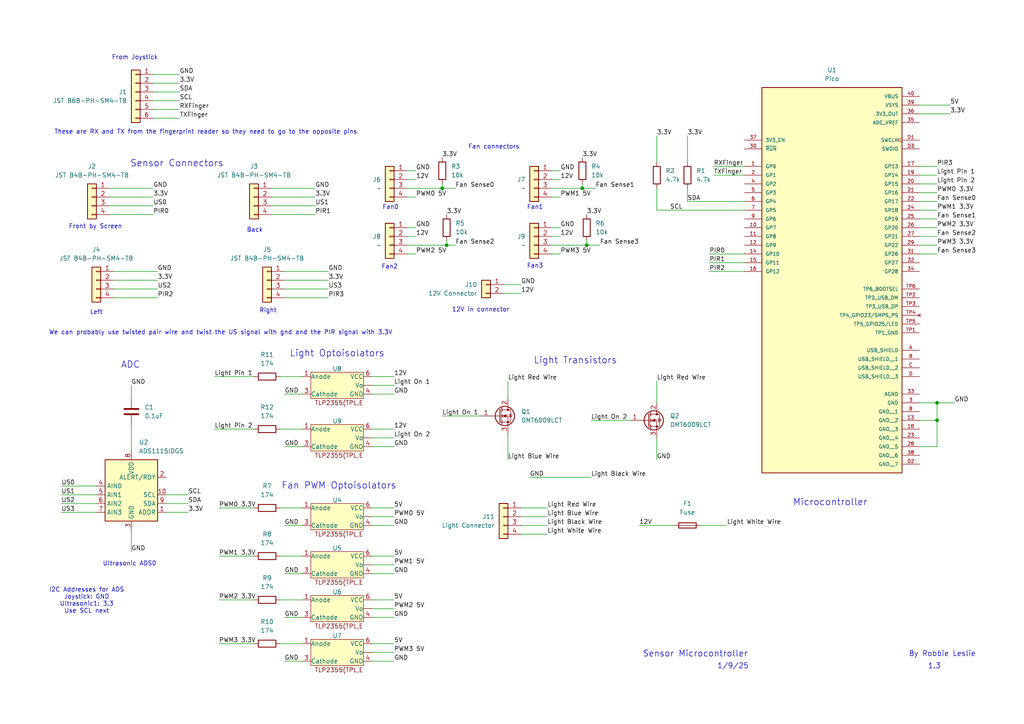
<source format=kicad_sch>
(kicad_sch (version 20231120) (generator "eeschema") (generator_version "8.0")
  (paper "A4")
  (lib_symbols
    (symbol "Analog_ADC:ADS1115IDGS"
      (property "Reference" "U" (at 2.54 13.97 0))
      (property "Value" "ADS1115IDGS" (at 7.62 11.43 0))
      (symbol "ADS1115IDGS_0_1"
        (rectangle (start -7.62 10.16) (end 7.62 -7.62) (stroke (width 0.254)) (fill (type background)))
      )
      (symbol "ADS1115IDGS_1_1"
        (pin input line (at 10.16 -5.08 180) (length 2.54) (name "ADDR") (number "1"))
        (pin input line (at 10.16 0 180) (length 2.54) (name "SCL") (number "10"))
        (pin output line (at 10.16 5.08 180) (length 2.54) (name "ALERT/RDY") (number "2"))
        (pin power_in line (at 0 -10.16 90) (length 2.54) (name "GND") (number "3"))
        (pin input line (at -10.16 2.54 0) (length 2.54) (name "AIN0") (number "4"))
        (pin input line (at -10.16 0 0) (length 2.54) (name "AIN1") (number "5"))
        (pin input line (at -10.16 -2.54 0) (length 2.54) (name "AIN2") (number "6"))
        (pin input line (at -10.16 -5.08 0) (length 2.54) (name "AIN3") (number "7"))
        (pin power_in line (at 0 12.7 270) (length 2.54) (name "VDD") (number "8"))
        (pin bidirectional line (at 10.16 -2.54 180) (length 2.54) (name "SDA") (number "9"))
      )
    )
    (symbol "Connector_Generic:Conn_01x02" (pin_names (offset 1.016) hide)
      (property "Reference" "J" (at 0 2.54 0))
      (property "Value" "Conn_01x02" (at 0 -5.08 0))
      (symbol "Conn_01x02_1_1"
        (rectangle (start -1.27 -2.413) (end 0 -2.667) (stroke (width 0.1524)))
        (rectangle (start -1.27 0.127) (end 0 -0.127) (stroke (width 0.1524)))
        (rectangle (start -1.27 1.27) (end 1.27 -3.81) (stroke (width 0.254)) (fill (type background)))
        (pin passive line (at -5.08 0 0) (length 3.81) (name "Pin_1") (number "1"))
        (pin passive line (at -5.08 -2.54 0) (length 3.81) (name "Pin_2") (number "2"))
      )
    )
    (symbol "Connector_Generic:Conn_01x04" (pin_names (offset 1.016) hide)
      (property "Reference" "J" (at 0 5.08 0))
      (property "Value" "Conn_01x04" (at 0 -7.62 0))
      (symbol "Conn_01x04_1_1"
        (rectangle (start -1.27 -4.953) (end 0 -5.207) (stroke (width 0.1524)))
        (rectangle (start -1.27 -2.413) (end 0 -2.667) (stroke (width 0.1524)))
        (rectangle (start -1.27 0.127) (end 0 -0.127) (stroke (width 0.1524)))
        (rectangle (start -1.27 2.667) (end 0 2.413) (stroke (width 0.1524)))
        (rectangle (start -1.27 3.81) (end 1.27 -6.35) (stroke (width 0.254)) (fill (type background)))
        (pin passive line (at -5.08 2.54 0) (length 3.81) (name "Pin_1") (number "1"))
        (pin passive line (at -5.08 0 0) (length 3.81) (name "Pin_2") (number "2"))
        (pin passive line (at -5.08 -2.54 0) (length 3.81) (name "Pin_3") (number "3"))
        (pin passive line (at -5.08 -5.08 0) (length 3.81) (name "Pin_4") (number "4"))
      )
    )
    (symbol "Connector_Generic:Conn_01x06" (pin_names (offset 1.016) hide)
      (property "Reference" "J" (at 0 7.62 0))
      (property "Value" "Conn_01x06" (at 0 -10.16 0))
      (symbol "Conn_01x06_1_1"
        (rectangle (start -1.27 -7.493) (end 0 -7.747) (stroke (width 0.1524)))
        (rectangle (start -1.27 -4.953) (end 0 -5.207) (stroke (width 0.1524)))
        (rectangle (start -1.27 -2.413) (end 0 -2.667) (stroke (width 0.1524)))
        (rectangle (start -1.27 0.127) (end 0 -0.127) (stroke (width 0.1524)))
        (rectangle (start -1.27 2.667) (end 0 2.413) (stroke (width 0.1524)))
        (rectangle (start -1.27 5.207) (end 0 4.953) (stroke (width 0.1524)))
        (rectangle (start -1.27 6.35) (end 1.27 -8.89) (stroke (width 0.254)) (fill (type background)))
        (pin passive line (at -5.08 5.08 0) (length 3.81) (name "Pin_1") (number "1"))
        (pin passive line (at -5.08 2.54 0) (length 3.81) (name "Pin_2") (number "2"))
        (pin passive line (at -5.08 0 0) (length 3.81) (name "Pin_3") (number "3"))
        (pin passive line (at -5.08 -2.54 0) (length 3.81) (name "Pin_4") (number "4"))
        (pin passive line (at -5.08 -5.08 0) (length 3.81) (name "Pin_5") (number "5"))
        (pin passive line (at -5.08 -7.62 0) (length 3.81) (name "Pin_6") (number "6"))
      )
    )
    (symbol "Device:C" (pin_numbers hide) (pin_names (offset 0.254))
      (property "Reference" "C" (at 0.635 2.54 0))
      (property "Value" "C" (at 0.635 -2.54 0))
      (symbol "C_0_1"
        (polyline (pts (xy -2.032 -0.762) (xy 2.032 -0.762)) (stroke (width 0.508)))
        (polyline (pts (xy -2.032 0.762) (xy 2.032 0.762)) (stroke (width 0.508)))
      )
      (symbol "C_1_1"
        (pin passive line (at 0 3.81 270) (length 2.794) (name "~") (number "1"))
        (pin passive line (at 0 -3.81 90) (length 2.794) (name "~") (number "2"))
      )
    )
    (symbol "Device:Fuse" (pin_numbers hide) (pin_names (offset 0))
      (property "Reference" "F" (at 2.032 0 90))
      (property "Value" "Fuse" (at -1.905 0 90))
      (symbol "Fuse_0_1"
        (rectangle (start -0.762 -2.54) (end 0.762 2.54) (stroke (width 0.254)))
        (polyline (pts (xy 0 2.54) (xy 0 -2.54)))
      )
      (symbol "Fuse_1_1"
        (pin passive line (at 0 3.81 270) (length 1.27) (name "~") (number "1"))
        (pin passive line (at 0 -3.81 90) (length 1.27) (name "~") (number "2"))
      )
    )
    (symbol "Device:Q_NMOS_GDS" (pin_names (offset 0) hide)
      (property "Reference" "Q" (at 5.08 1.27 0))
      (property "Value" "Q_NMOS_GDS" (at 5.08 -1.27 0))
      (symbol "Q_NMOS_GDS_0_1"
        (polyline (pts (xy 0.254 0) (xy -2.54 0)))
        (polyline (pts (xy 0.254 1.905) (xy 0.254 -1.905)) (stroke (width 0.254)))
        (polyline (pts (xy 0.762 -1.27) (xy 0.762 -2.286)) (stroke (width 0.254)))
        (polyline (pts (xy 0.762 0.508) (xy 0.762 -0.508)) (stroke (width 0.254)))
        (polyline (pts (xy 0.762 2.286) (xy 0.762 1.27)) (stroke (width 0.254)))
        (polyline (pts (xy 2.54 2.54) (xy 2.54 1.778)))
        (polyline (pts (xy 2.54 -2.54) (xy 2.54 0) (xy 0.762 0)))
        (polyline (pts (xy 0.762 -1.778) (xy 3.302 -1.778) (xy 3.302 1.778) (xy 0.762 1.778)))
        (polyline (pts (xy 1.016 0) (xy 2.032 0.381) (xy 2.032 -0.381) (xy 1.016 0)) (fill (type outline)))
        (polyline (pts (xy 2.794 0.508) (xy 2.921 0.381) (xy 3.683 0.381) (xy 3.81 0.254)))
        (polyline (pts (xy 3.302 0.381) (xy 2.921 -0.254) (xy 3.683 -0.254) (xy 3.302 0.381)))
        (circle (center 1.651 0) (radius 2.794) (stroke (width 0.254)))
        (circle (center 2.54 -1.778) (radius 0.254) (fill (type outline)))
        (circle (center 2.54 1.778) (radius 0.254) (fill (type outline)))
      )
      (symbol "Q_NMOS_GDS_1_1"
        (pin input line (at -5.08 0 0) (length 2.54) (name "G") (number "1"))
        (pin passive line (at 2.54 5.08 270) (length 2.54) (name "D") (number "2"))
        (pin passive line (at 2.54 -5.08 90) (length 2.54) (name "S") (number "3"))
      )
    )
    (symbol "Device:R" (pin_numbers hide) (pin_names (offset 0))
      (property "Reference" "R" (at 2.032 0 90))
      (property "Value" "R" (at 0 0 90))
      (symbol "R_0_1"
        (rectangle (start -1.016 -2.54) (end 1.016 2.54) (stroke (width 0.254)))
      )
      (symbol "R_1_1"
        (pin passive line (at 0 3.81 270) (length 1.27) (name "~") (number "1"))
        (pin passive line (at 0 -3.81 90) (length 1.27) (name "~") (number "2"))
      )
    )
    (symbol "OptoIsolators:TLP2355(TPL,E" (pin_names (offset 0.002))
      (property "Reference" "U" (at 0 4.826 0))
      (symbol "TLP2355(TPL,E_1_1"
        (rectangle (start -7.62 3.81) (end 7.62 -3.81) (fill (type background)))
        (text "TLP2355(TPL,E" (at 0.508 -5.08 0) (effects (font (size 1.27 1.27))))
        (pin output line (at 10.16 0 180) (length 2.54) (name "Vo") (number ""))
        (pin input line (at -10.16 2.54 0) (length 2.54) (name "Anode") (number "1"))
        (pin input line (at -10.16 -2.54 0) (length 2.54) (name "Cathode") (number "3"))
        (pin input line (at 10.16 -2.54 180) (length 2.54) (name "GND") (number "4"))
        (pin input line (at 10.16 2.54 180) (length 2.54) (name "VCC") (number "6"))
      )
    )
    (symbol "Pico:SC0915" (pin_names (offset 1.016))
      (property "Reference" "U" (at -20.32 44.069 0))
      (property "Value" "SC0915" (at -20.32 -71.12 0))
      (symbol "SC0915_0_0"
        (rectangle (start -20.32 -68.58) (end 20.32 43.18) (stroke (width 0.254)) (fill (type background)))
        (pin bidirectional line (at -25.4 20.32 0) (length 5.08) (name "GP0") (number "1"))
        (pin bidirectional line (at -25.4 2.54 0) (length 5.08) (name "GP7") (number "10"))
        (pin bidirectional line (at -25.4 0 0) (length 5.08) (name "GP8") (number "11"))
        (pin bidirectional line (at -25.4 -2.54 0) (length 5.08) (name "GP9") (number "12"))
        (pin power_in line (at 25.4 -53.34 180) (length 5.08) (name "GND__2") (number "13"))
        (pin bidirectional line (at -25.4 -5.08 0) (length 5.08) (name "GP10") (number "14"))
        (pin bidirectional line (at -25.4 -7.62 0) (length 5.08) (name "GP11") (number "15"))
        (pin bidirectional line (at -25.4 -10.16 0) (length 5.08) (name "GP12") (number "16"))
        (pin bidirectional line (at 25.4 20.32 180) (length 5.08) (name "GP13") (number "17"))
        (pin power_in line (at 25.4 -55.88 180) (length 5.08) (name "GND__3") (number "18"))
        (pin bidirectional line (at 25.4 17.78 180) (length 5.08) (name "GP14") (number "19"))
        (pin bidirectional line (at -25.4 17.78 0) (length 5.08) (name "GP1") (number "2"))
        (pin bidirectional line (at 25.4 15.24 180) (length 5.08) (name "GP15") (number "20"))
        (pin bidirectional line (at 25.4 12.7 180) (length 5.08) (name "GP16") (number "21"))
        (pin bidirectional line (at 25.4 10.16 180) (length 5.08) (name "GP17") (number "22"))
        (pin power_in line (at 25.4 -58.42 180) (length 5.08) (name "GND__4") (number "23"))
        (pin bidirectional line (at 25.4 7.62 180) (length 5.08) (name "GP18") (number "24"))
        (pin bidirectional line (at 25.4 5.08 180) (length 5.08) (name "GP19") (number "25"))
        (pin bidirectional line (at 25.4 2.54 180) (length 5.08) (name "GP20") (number "26"))
        (pin bidirectional line (at 25.4 0 180) (length 5.08) (name "GP21") (number "27"))
        (pin power_in line (at 25.4 -60.96 180) (length 5.08) (name "GND__5") (number "28"))
        (pin bidirectional line (at 25.4 -2.54 180) (length 5.08) (name "GP22") (number "29"))
        (pin power_in line (at 25.4 -48.26 180) (length 5.08) (name "GND") (number "3"))
        (pin input line (at -25.4 25.4 0) (length 5.08) (name "~{RUN}") (number "30"))
        (pin bidirectional line (at 25.4 -5.08 180) (length 5.08) (name "GP26") (number "31"))
        (pin bidirectional line (at 25.4 -7.62 180) (length 5.08) (name "GP27") (number "32"))
        (pin power_in line (at 25.4 -45.72 180) (length 5.08) (name "AGND") (number "33"))
        (pin bidirectional line (at 25.4 -10.16 180) (length 5.08) (name "GP28") (number "34"))
        (pin power_in line (at 25.4 33.02 180) (length 5.08) (name "ADC_VREF") (number "35"))
        (pin power_in line (at 25.4 35.56 180) (length 5.08) (name "3V3_OUT") (number "36"))
        (pin input line (at -25.4 27.94 0) (length 5.08) (name "3V3_EN") (number "37"))
        (pin power_in line (at 25.4 -63.5 180) (length 5.08) (name "GND__6") (number "38"))
        (pin power_in line (at 25.4 38.1 180) (length 5.08) (name "VSYS") (number "39"))
        (pin bidirectional line (at -25.4 15.24 0) (length 5.08) (name "GP2") (number "4"))
        (pin power_in line (at 25.4 40.64 180) (length 5.08) (name "VBUS") (number "40"))
        (pin bidirectional line (at -25.4 12.7 0) (length 5.08) (name "GP3") (number "5"))
        (pin bidirectional line (at -25.4 10.16 0) (length 5.08) (name "GP4") (number "6"))
        (pin bidirectional line (at -25.4 7.62 0) (length 5.08) (name "GP5") (number "7"))
        (pin power_in line (at 25.4 -50.8 180) (length 5.08) (name "GND__1") (number "8"))
        (pin bidirectional line (at -25.4 5.08 0) (length 5.08) (name "GP6") (number "9"))
        (pin power_in line (at 25.4 -33.02 180) (length 5.08) (name "USB_SHIELD") (number "A"))
        (pin power_in line (at 25.4 -35.56 180) (length 5.08) (name "USB_SHIELD__1") (number "B"))
        (pin power_in line (at 25.4 -38.1 180) (length 5.08) (name "USB_SHIELD__2") (number "C"))
        (pin power_in line (at 25.4 -40.64 180) (length 5.08) (name "USB_SHIELD__3") (number "D"))
        (pin input clock (at 25.4 27.94 180) (length 5.08) (name "SWCLK") (number "D1"))
        (pin power_in line (at 25.4 -66.04 180) (length 5.08) (name "GND__7") (number "D2"))
        (pin bidirectional line (at 25.4 25.4 180) (length 5.08) (name "SWDIO") (number "D3"))
        (pin power_in line (at 25.4 -27.94 180) (length 5.08) (name "TP1_GND") (number "TP1"))
        (pin bidirectional line (at 25.4 -17.78 180) (length 5.08) (name "TP2_USB_DM") (number "TP2"))
        (pin bidirectional line (at 25.4 -20.32 180) (length 5.08) (name "TP3_USB_DP") (number "TP3"))
        (pin no_connect line (at 25.4 -22.86 180) (length 5.08) (name "TP4_GPIO23/SMPS_PS") (number "TP4"))
        (pin output line (at 25.4 -25.4 180) (length 5.08) (name "TP5_GPIO25/LED") (number "TP5"))
        (pin input line (at 25.4 -15.24 180) (length 5.08) (name "TP6_BOOTSEL") (number "TP6"))
      )
    )
  )
  (junction (at 168.91 54.61))
  (junction (at 271.78 121.92))
  (junction (at 129.54 71.12))
  (junction (at 128.27 54.61))
  (junction (at 170.18 71.12))
  (junction (at 271.78 116.84))
  (wire (pts (xy 147.32 110.49) (xy 147.32 115.57)))
  (wire (pts (xy 31.75 62.23) (xy 44.45 62.23)))
  (wire (pts (xy 271.78 116.84) (xy 276.86 116.84)))
  (wire (pts (xy 107.95 166.37) (xy 114.3 166.37)))
  (wire (pts (xy 33.02 86.36) (xy 45.72 86.36)))
  (wire (pts (xy 207.01 48.26) (xy 215.9 48.26)))
  (wire (pts (xy 266.7 53.34) (xy 271.78 53.34)))
  (wire (pts (xy 82.55 81.28) (xy 95.25 81.28)))
  (wire (pts (xy 128.27 53.34) (xy 128.27 54.61)))
  (wire (pts (xy 266.7 58.42) (xy 271.78 58.42)))
  (wire (pts (xy 118.11 66.04) (xy 120.65 66.04)))
  (wire (pts (xy 33.02 81.28) (xy 45.72 81.28)))
  (wire (pts (xy 62.23 109.22) (xy 73.66 109.22)))
  (wire (pts (xy 17.78 148.59) (xy 27.94 148.59)))
  (wire (pts (xy 107.95 191.77) (xy 114.3 191.77)))
  (wire (pts (xy 190.5 127) (xy 190.5 133.35)))
  (wire (pts (xy 118.11 49.53) (xy 120.65 49.53)))
  (wire (pts (xy 107.95 176.53) (xy 114.3 176.53)))
  (wire (pts (xy 81.28 147.32) (xy 87.63 147.32)))
  (wire (pts (xy 160.02 68.58) (xy 162.56 68.58)))
  (wire (pts (xy 63.5 173.99) (xy 73.66 173.99)))
  (wire (pts (xy 207.01 50.8) (xy 215.9 50.8)))
  (wire (pts (xy 162.56 73.66) (xy 160.02 73.66)))
  (wire (pts (xy 146.05 85.09) (xy 151.13 85.09)))
  (wire (pts (xy 107.95 129.54) (xy 114.3 129.54)))
  (wire (pts (xy 118.11 71.12) (xy 129.54 71.12)))
  (wire (pts (xy 81.28 173.99) (xy 87.63 173.99)))
  (wire (pts (xy 120.65 73.66) (xy 118.11 73.66)))
  (wire (pts (xy 38.1 123.19) (xy 38.1 130.81)))
  (wire (pts (xy 199.39 58.42) (xy 215.9 58.42)))
  (wire (pts (xy 168.91 53.34) (xy 168.91 54.61)))
  (wire (pts (xy 107.95 152.4) (xy 114.3 152.4)))
  (wire (pts (xy 190.5 60.96) (xy 190.5 54.61)))
  (wire (pts (xy 190.5 39.37) (xy 190.5 46.99)))
  (wire (pts (xy 266.7 63.5) (xy 271.78 63.5)))
  (wire (pts (xy 82.55 179.07) (xy 87.63 179.07)))
  (wire (pts (xy 31.75 57.15) (xy 44.45 57.15)))
  (wire (pts (xy 78.74 57.15) (xy 91.44 57.15)))
  (wire (pts (xy 266.7 48.26) (xy 271.78 48.26)))
  (wire (pts (xy 107.95 124.46) (xy 114.3 124.46)))
  (wire (pts (xy 190.5 60.96) (xy 215.9 60.96)))
  (wire (pts (xy 190.5 110.49) (xy 190.5 116.84)))
  (wire (pts (xy 33.02 78.74) (xy 45.72 78.74)))
  (wire (pts (xy 107.95 109.22) (xy 114.3 109.22)))
  (wire (pts (xy 82.55 191.77) (xy 87.63 191.77)))
  (wire (pts (xy 266.7 129.54) (xy 271.78 129.54)))
  (wire (pts (xy 38.1 153.67) (xy 38.1 160.02)))
  (wire (pts (xy 44.45 26.67) (xy 52.07 26.67)))
  (wire (pts (xy 160.02 54.61) (xy 168.91 54.61)))
  (wire (pts (xy 107.95 189.23) (xy 114.3 189.23)))
  (wire (pts (xy 31.75 54.61) (xy 44.45 54.61)))
  (wire (pts (xy 171.45 121.92) (xy 182.88 121.92)))
  (wire (pts (xy 62.23 124.46) (xy 73.66 124.46)))
  (wire (pts (xy 44.45 34.29) (xy 52.07 34.29)))
  (wire (pts (xy 160.02 71.12) (xy 170.18 71.12)))
  (wire (pts (xy 205.74 73.66) (xy 215.9 73.66)))
  (wire (pts (xy 81.28 124.46) (xy 87.63 124.46)))
  (wire (pts (xy 107.95 147.32) (xy 114.3 147.32)))
  (wire (pts (xy 129.54 71.12) (xy 132.08 71.12)))
  (wire (pts (xy 128.27 120.65) (xy 139.7 120.65)))
  (wire (pts (xy 48.26 148.59) (xy 54.61 148.59)))
  (wire (pts (xy 107.95 127) (xy 114.3 127)))
  (wire (pts (xy 118.11 54.61) (xy 128.27 54.61)))
  (wire (pts (xy 151.13 149.86) (xy 158.75 149.86)))
  (wire (pts (xy 266.7 33.02) (xy 275.59 33.02)))
  (wire (pts (xy 107.95 111.76) (xy 114.3 111.76)))
  (wire (pts (xy 107.95 114.3) (xy 114.3 114.3)))
  (wire (pts (xy 44.45 21.59) (xy 52.07 21.59)))
  (wire (pts (xy 199.39 39.37) (xy 199.39 46.99)))
  (wire (pts (xy 129.54 69.85) (xy 129.54 71.12)))
  (wire (pts (xy 82.55 129.54) (xy 87.63 129.54)))
  (wire (pts (xy 63.5 147.32) (xy 73.66 147.32)))
  (wire (pts (xy 153.67 138.43) (xy 171.45 138.43)))
  (wire (pts (xy 266.7 30.48) (xy 275.59 30.48)))
  (wire (pts (xy 118.11 68.58) (xy 120.65 68.58)))
  (wire (pts (xy 82.55 83.82) (xy 95.25 83.82)))
  (wire (pts (xy 266.7 55.88) (xy 271.78 55.88)))
  (wire (pts (xy 31.75 59.69) (xy 44.45 59.69)))
  (wire (pts (xy 128.27 54.61) (xy 132.08 54.61)))
  (wire (pts (xy 82.55 86.36) (xy 95.25 86.36)))
  (wire (pts (xy 271.78 121.92) (xy 271.78 129.54)))
  (wire (pts (xy 205.74 76.2) (xy 215.9 76.2)))
  (wire (pts (xy 81.28 186.69) (xy 87.63 186.69)))
  (wire (pts (xy 44.45 24.13) (xy 52.07 24.13)))
  (wire (pts (xy 266.7 68.58) (xy 271.78 68.58)))
  (wire (pts (xy 63.5 161.29) (xy 73.66 161.29)))
  (wire (pts (xy 199.39 58.42) (xy 199.39 54.61)))
  (wire (pts (xy 44.45 31.75) (xy 52.07 31.75)))
  (wire (pts (xy 78.74 54.61) (xy 91.44 54.61)))
  (wire (pts (xy 48.26 143.51) (xy 54.61 143.51)))
  (wire (pts (xy 63.5 186.69) (xy 73.66 186.69)))
  (wire (pts (xy 205.74 78.74) (xy 215.9 78.74)))
  (wire (pts (xy 38.1 111.76) (xy 38.1 115.57)))
  (wire (pts (xy 266.7 121.92) (xy 271.78 121.92)))
  (wire (pts (xy 107.95 163.83) (xy 114.3 163.83)))
  (wire (pts (xy 266.7 71.12) (xy 271.78 71.12)))
  (wire (pts (xy 203.2 152.4) (xy 210.82 152.4)))
  (wire (pts (xy 33.02 83.82) (xy 45.72 83.82)))
  (wire (pts (xy 48.26 146.05) (xy 54.61 146.05)))
  (wire (pts (xy 146.05 82.55) (xy 151.13 82.55)))
  (wire (pts (xy 151.13 152.4) (xy 158.75 152.4)))
  (wire (pts (xy 107.95 161.29) (xy 114.3 161.29)))
  (wire (pts (xy 17.78 140.97) (xy 27.94 140.97)))
  (wire (pts (xy 151.13 147.32) (xy 158.75 147.32)))
  (wire (pts (xy 82.55 152.4) (xy 87.63 152.4)))
  (wire (pts (xy 17.78 143.51) (xy 27.94 143.51)))
  (wire (pts (xy 160.02 49.53) (xy 162.56 49.53)))
  (wire (pts (xy 107.95 179.07) (xy 114.3 179.07)))
  (wire (pts (xy 266.7 66.04) (xy 271.78 66.04)))
  (wire (pts (xy 82.55 114.3) (xy 87.63 114.3)))
  (wire (pts (xy 107.95 186.69) (xy 114.3 186.69)))
  (wire (pts (xy 170.18 69.85) (xy 170.18 71.12)))
  (wire (pts (xy 162.56 57.15) (xy 160.02 57.15)))
  (wire (pts (xy 107.95 173.99) (xy 114.3 173.99)))
  (wire (pts (xy 266.7 50.8) (xy 271.78 50.8)))
  (wire (pts (xy 147.32 125.73) (xy 147.32 133.35)))
  (wire (pts (xy 266.7 73.66) (xy 271.78 73.66)))
  (wire (pts (xy 170.18 71.12) (xy 173.99 71.12)))
  (wire (pts (xy 266.7 116.84) (xy 271.78 116.84)))
  (wire (pts (xy 78.74 59.69) (xy 91.44 59.69)))
  (wire (pts (xy 17.78 146.05) (xy 27.94 146.05)))
  (wire (pts (xy 271.78 121.92) (xy 271.78 116.84)))
  (wire (pts (xy 118.11 52.07) (xy 120.65 52.07)))
  (wire (pts (xy 151.13 154.94) (xy 158.75 154.94)))
  (wire (pts (xy 44.45 29.21) (xy 52.07 29.21)))
  (wire (pts (xy 82.55 166.37) (xy 87.63 166.37)))
  (wire (pts (xy 78.74 62.23) (xy 91.44 62.23)))
  (wire (pts (xy 185.42 152.4) (xy 195.58 152.4)))
  (wire (pts (xy 81.28 161.29) (xy 87.63 161.29)))
  (wire (pts (xy 82.55 78.74) (xy 95.25 78.74)))
  (wire (pts (xy 120.65 57.15) (xy 118.11 57.15)))
  (wire (pts (xy 160.02 66.04) (xy 162.56 66.04)))
  (wire (pts (xy 266.7 60.96) (xy 271.78 60.96)))
  (wire (pts (xy 160.02 52.07) (xy 162.56 52.07)))
  (wire (pts (xy 107.95 149.86) (xy 114.3 149.86)))
  (wire (pts (xy 168.91 54.61) (xy 172.72 54.61)))
  (wire (pts (xy 81.28 109.22) (xy 87.63 109.22)))
  (text "Microcontroller" (at 240.792 145.796 0) (effects (font (size 1.905 1.905))))
  (text "Right" (at 77.724 90.17 0) (effects (font (size 1.27 1.27))))
  (text "ADC" (at 37.846 105.918 0) (effects (font (size 1.905 1.905))))
  (text "1/9/25" (at 212.598 193.294 0) (effects (font (size 1.524 1.524))))
  (text "Light Transistors" (at 166.878 104.648 0) (effects (font (size 1.905 1.905))))
  (text "Back" (at 73.914 66.802 0) (effects (font (size 1.27 1.27))))
  (text "Sensor Connectors" (at 51.308 47.498 0) (effects (font (size 1.905 1.905))))
  (text "Left" (at 27.94 90.678 0) (effects (font (size 1.27 1.27))))
  (text "These are RX and TX from the fingerprint reader so they need to go to the opposite pins" (at 59.69 38.354 0) (effects (font (size 1.27 1.27))))
  (text "From Joystick" (at 39.116 16.764 0) (effects (font (size 1.27 1.27))))
  (text "1.3" (at 271.018 193.294 0) (effects (font (size 1.524 1.524))))
  (text "Fan2" (at 113.03 77.47 0) (effects (font (size 1.27 1.27))))
  (text "Fan1" (at 155.194 60.198 0) (effects (font (size 1.27 1.27))))
  (text "Fan0" (at 113.284 60.198 0) (effects (font (size 1.27 1.27))))
  (text "Front by Screen" (at 27.686 65.786 0) (effects (font (size 1.27 1.27))))
  (text "Fan PWM Optoisolators" (at 98.298 140.97 0) (effects (font (size 1.905 1.905))))
  (text "Sensor Microcontroller" (at 201.676 189.738 0) (effects (font (size 1.778 1.778))))
  (text "Fan connectors" (at 143.256 42.672 0) (effects (font (size 1.27 1.27))))
  (text "Light Optoisolators" (at 97.79 102.616 0) (effects (font (size 1.905 1.905))))
  (text "Ultrasonic ADS0" (at 37.592 163.576 0) (effects (font (size 1.27 1.27))))
  (text "I2C Addresses for ADS\nJoystick: GND\nUltrasonic1: 3.3\nUse SCL next" (at 25.146 174.244 0) (effects (font (size 1.27 1.27))))
  (text "Fan3" (at 155.194 77.216 0) (effects (font (size 1.27 1.27))))
  (text "By Robbie Leslie" (at 273.304 189.738 0) (effects (font (size 1.524 1.524))))
  (text "12V in connector" (at 139.446 89.916 0) (effects (font (size 1.27 1.27))))
  (text "We can probably use twisted pair wire and twist the US signal with gnd and the PIR signal with 3.3V" (at 64.008 96.52 0) (effects (font (size 1.27 1.27))))
  (label "12V" (at 120.65 68.58 0))
  (label "PIR3" (at 95.25 86.36 0))
  (label "3.3V" (at 168.91 45.72 0))
  (label "SDA" (at 52.07 26.67 0))
  (label "GND" (at 162.56 49.53 0))
  (label "12V" (at 151.13 85.09 0))
  (label "Fan Sense3" (at 271.78 73.66 0))
  (label "Fan Sense0" (at 132.08 54.61 0))
  (label "Light Black Wire" (at 171.45 138.43 0))
  (label "US3" (at 95.25 83.82 0))
  (label "Light Red Wire" (at 147.32 110.49 0))
  (label "RXFinger" (at 52.07 31.75 0))
  (label "GND" (at 114.3 166.37 0))
  (label "TXFinger" (at 207.01 50.8 0))
  (label "3.3V" (at 45.72 81.28 0))
  (label "PWM0 5V" (at 120.65 57.15 0))
  (label "Fan Sense2" (at 271.78 68.58 0))
  (label "PIR1" (at 91.44 62.23 0))
  (label "PIR0" (at 44.45 62.23 0))
  (label "12V" (at 162.56 68.58 0))
  (label "TXFinger" (at 52.07 34.29 0))
  (label "Light Blue Wire" (at 158.75 149.86 0))
  (label "PWM1 5V" (at 162.56 57.15 0))
  (label "PWM2 3.3V" (at 271.78 66.04 0))
  (label "GND" (at 120.65 66.04 0))
  (label "PWM0 3.3V" (at 63.5 147.32 0))
  (label "GND" (at 82.55 129.54 0))
  (label "PWM0 5V" (at 114.3 149.86 0))
  (label "GND" (at 95.25 78.74 0))
  (label "GND" (at 82.55 114.3 0))
  (label "GND" (at 82.55 191.77 0))
  (label "Fan Sense1" (at 172.72 54.61 0))
  (label "Fan Sense3" (at 173.99 71.12 0))
  (label "12V" (at 114.3 109.22 0))
  (label "US2" (at 45.72 83.82 0))
  (label "GND" (at 45.72 78.74 0))
  (label "3.3V" (at 52.07 24.13 0))
  (label "5V" (at 114.3 186.69 0))
  (label "US2" (at 17.78 146.05 0))
  (label "12V" (at 185.42 152.4 0))
  (label "3.3V" (at 44.45 57.15 0))
  (label "GND" (at 82.55 166.37 0))
  (label "US0" (at 44.45 59.69 0))
  (label "Fan Sense0" (at 271.78 58.42 0))
  (label "GND" (at 151.13 82.55 0))
  (label "GND" (at 162.56 66.04 0))
  (label "Light On 2" (at 171.45 121.92 0))
  (label "Light Pin 1" (at 62.23 109.22 0))
  (label "GND" (at 153.67 138.43 0))
  (label "SCL" (at 194.31 60.96 0))
  (label "GND" (at 114.3 191.77 0))
  (label "PWM1 5V" (at 114.3 163.83 0))
  (label "PWM1 3.3V" (at 63.5 161.29 0))
  (label "US3" (at 17.78 148.59 0))
  (label "PWM0 3.3V" (at 271.78 55.88 0))
  (label "5V" (at 114.3 173.99 0))
  (label "GND" (at 38.1 111.76 0))
  (label "PIR0" (at 205.74 73.66 0))
  (label "PWM2 5V" (at 114.3 176.53 0))
  (label "SDA" (at 199.39 58.42 0))
  (label "SDA" (at 54.61 146.05 0))
  (label "GND" (at 52.07 21.59 0))
  (label "RXFinger" (at 207.01 48.26 0))
  (label "PIR1" (at 205.74 76.2 0))
  (label "3.3V" (at 190.5 39.37 0))
  (label "US0" (at 17.78 140.97 0))
  (label "GND" (at 120.65 49.53 0))
  (label "PWM2 5V" (at 120.65 73.66 0))
  (label "GND" (at 82.55 152.4 0))
  (label "PWM3 3.3V" (at 271.78 71.12 0))
  (label "PIR3" (at 271.78 48.26 0))
  (label "Light Pin 2" (at 62.23 124.46 0))
  (label "5V" (at 114.3 147.32 0))
  (label "GND" (at 114.3 129.54 0))
  (label "GND" (at 82.55 179.07 0))
  (label "Light On 1" (at 114.3 111.76 0))
  (label "12V" (at 120.65 52.07 0))
  (label "Light Red Wire" (at 190.5 110.49 0))
  (label "Fan Sense1" (at 271.78 63.5 0))
  (label "PWM3 3.3V" (at 63.5 186.69 0))
  (label "SCL" (at 52.07 29.21 0))
  (label "PWM3 5V" (at 162.56 73.66 0))
  (label "PWM1 3.3V" (at 271.78 60.96 0))
  (label "3.3V" (at 91.44 57.15 0))
  (label "5V" (at 114.3 161.29 0))
  (label "3.3V" (at 129.54 62.23 0))
  (label "Light On 2" (at 114.3 127 0))
  (label "PIR2" (at 205.74 78.74 0))
  (label "Light On 1" (at 128.27 120.65 0))
  (label "3.3V" (at 199.39 39.37 0))
  (label "Light Pin 2" (at 271.78 53.34 0))
  (label "Light White Wire" (at 158.75 154.94 0))
  (label "SCL" (at 54.61 143.51 0))
  (label "3.3V" (at 95.25 81.28 0))
  (label "3.3V" (at 275.59 33.02 0))
  (label "Light White Wire" (at 210.82 152.4 0))
  (label "12V" (at 114.3 124.46 0))
  (label "3.3V" (at 54.61 148.59 0))
  (label "GND" (at 114.3 179.07 0))
  (label "Light Blue Wire" (at 147.32 133.35 0))
  (label "Light Red Wire" (at 158.75 147.32 0))
  (label "GND" (at 276.86 116.84 0))
  (label "GND" (at 44.45 54.61 0))
  (label "PWM3 5V" (at 114.3 189.23 0))
  (label "GND" (at 38.1 160.02 0))
  (label "5V" (at 275.59 30.48 0))
  (label "3.3V" (at 128.27 45.72 0))
  (label "Fan Sense2" (at 132.08 71.12 0))
  (label "PIR2" (at 45.72 86.36 0))
  (label "12V" (at 162.56 52.07 0))
  (label "Light Black Wire" (at 158.75 152.4 0))
  (label "US1" (at 17.78 143.51 0))
  (label "GND" (at 190.5 133.35 0))
  (label "GND" (at 91.44 54.61 0))
  (label "US1" (at 91.44 59.69 0))
  (label "PWM2 3.3V" (at 63.5 173.99 0))
  (label "Light Pin 1" (at 271.78 50.8 0))
  (label "GND" (at 114.3 114.3 0))
  (label "3.3V" (at 170.18 62.23 0))
  (label "GND" (at 114.3 152.4 0))
  (symbol (lib_id "Analog_ADC:ADS1115IDGS") (at 38.1 143.51 0) (unit 1)
    (property "Reference" "U2" (at 40.2941 128.27 0) (effects (justify left)))
    (property "Value" "ADS1115IDGS" (at 40.2941 130.81 0) (effects (justify left)))
    (property "Footprint" "Package_SO:TSSOP-10_3x3mm_P0.5mm" (effects (hide yes)))
    (property "Datasheet" "http://www.ti.com/lit/ds/symlink/ads1113.pdf" (effects (hide yes)))
    (property "Description" "Ultra-Small, Low-Power, I2C-Compatible, 860-SPS, 16-Bit ADCs With Internal Reference, Oscillator, and Programmable Comparator, VSSOP-10" (effects (hide yes)))
    (property "Manufacturer Part Number" "ADS1115IDGSR" (effects (hide yes)))
  )
  (symbol (lib_id "Connector_Generic:Conn_01x04") (at 113.03 68.58 0) (mirror y) (unit 1)
    (property "Reference" "J8" (at 110.49 68.5799 0) (effects (justify left)))
    (property "Value" "~" (at 110.49 71.1199 0) (effects (justify left)))
    (property "Footprint" "Connector:FanPinHeader_1x04_P2.54mm_Vertical" (effects (hide yes)))
    (property "Description" "Generic connector, single row, 01x04, script generated (kicad-library-utils/schlib/autogen/connector/)" (effects (hide yes)))
    (property "Manufacturer Part Number" "0470531000" (effects (hide yes)))
  )
  (symbol (lib_id "Connector_Generic:Conn_01x04") (at 154.94 68.58 0) (mirror y) (unit 1)
    (property "Reference" "J9" (at 152.4 68.5799 0) (effects (justify left)))
    (property "Value" "~" (at 152.4 71.1199 0) (effects (justify left)))
    (property "Footprint" "Connector:FanPinHeader_1x04_P2.54mm_Vertical" (effects (hide yes)))
    (property "Description" "Generic connector, single row, 01x04, script generated (kicad-library-utils/schlib/autogen/connector/)" (effects (hide yes)))
    (property "Manufacturer Part Number" "0470531000" (effects (hide yes)))
  )
  (symbol (lib_id "Device:Q_NMOS_GDS") (at 144.78 120.65 0) (unit 1)
    (property "Reference" "Q1" (at 151.13 119.3799 0) (effects (justify left)))
    (property "Value" "DMT6009LCT" (at 151.13 121.9199 0) (effects (justify left)))
    (property "Footprint" "Package_TO_SOT_THT:TO-220-3_Horizontal_TabUp" (effects (hide yes)))
    (property "Datasheet" "https://www.digikey.com/en/products/detail/diodes-incorporated/DMT6009LCT/6051857" (effects (hide yes)))
    (property "Description" "N-MOSFET transistor, gate/drain/source" (effects (hide yes)))
    (property "Manufacturer Part Number" "DMT6009LCT" (effects (hide yes)))
  )
  (symbol (lib_id "Device:R") (at 77.47 173.99 90) (unit 1)
    (property "Reference" "R9" (at 77.47 167.64 90))
    (property "Value" "174" (at 77.47 170.18 90))
    (property "Footprint" "Resistor_SMD:R_0805_2012Metric" (effects (hide yes)))
    (property "Description" "Resistor" (effects (hide yes)))
    (property "Manufacturer Part Number" "RC0805FR-07174RL" (effects (hide yes)))
  )
  (symbol (lib_id "Connector_Generic:Conn_01x04") (at 77.47 81.28 0) (mirror y) (unit 1)
    (property "Reference" "J5" (at 77.47 72.39 0))
    (property "Value" "JST B4B-PH-SM4-TB" (at 77.47 74.93 0))
    (property "Footprint" "Connector_JST:JST_PH_B4B-PH-SM4-TB_1x04-1MP_P2.00mm_Vertical" (effects (hide yes)))
    (property "Description" "Generic connector, single row, 01x04, script generated (kicad-library-utils/schlib/autogen/connector/)" (effects (hide yes)))
    (property "Manufacturer Part Number" "B4B-PH-SM4-TB" (effects (hide yes)))
  )
  (symbol (lib_id "Connector_Generic:Conn_01x04") (at 154.94 52.07 0) (mirror y) (unit 1)
    (property "Reference" "J7" (at 152.4 52.0699 0) (effects (justify left)))
    (property "Value" "~" (at 152.4 54.6099 0) (effects (justify left)))
    (property "Footprint" "Connector:FanPinHeader_1x04_P2.54mm_Vertical" (effects (hide yes)))
    (property "Description" "Generic connector, single row, 01x04, script generated (kicad-library-utils/schlib/autogen/connector/)" (effects (hide yes)))
    (property "Manufacturer Part Number" "0470531000" (effects (hide yes)))
  )
  (symbol (lib_id "Device:R") (at 77.47 186.69 90) (unit 1)
    (property "Reference" "R10" (at 77.47 180.34 90))
    (property "Value" "174" (at 77.47 182.88 90))
    (property "Footprint" "Resistor_SMD:R_0805_2012Metric" (effects (hide yes)))
    (property "Description" "Resistor" (effects (hide yes)))
    (property "Manufacturer Part Number" "RC0805FR-07174RL" (effects (hide yes)))
  )
  (symbol (lib_id "Connector_Generic:Conn_01x04") (at 26.67 57.15 0) (mirror y) (unit 1)
    (property "Reference" "J2" (at 26.67 48.26 0))
    (property "Value" "JST B4B-PH-SM4-TB" (at 26.67 50.8 0))
    (property "Footprint" "Connector_JST:JST_PH_B4B-PH-SM4-TB_1x04-1MP_P2.00mm_Vertical" (effects (hide yes)))
    (property "Description" "Generic connector, single row, 01x04, script generated (kicad-library-utils/schlib/autogen/connector/)" (effects (hide yes)))
    (property "Manufacturer Part Number" "B4B-PH-SM4-TB" (effects (hide yes)))
  )
  (symbol (lib_id "Connector_Generic:Conn_01x04") (at 73.66 57.15 0) (mirror y) (unit 1)
    (property "Reference" "J3" (at 73.66 48.26 0))
    (property "Value" "JST B4B-PH-SM4-TB" (at 73.66 50.8 0))
    (property "Footprint" "Connector_JST:JST_PH_B4B-PH-SM4-TB_1x04-1MP_P2.00mm_Vertical" (effects (hide yes)))
    (property "Description" "Generic connector, single row, 01x04, script generated (kicad-library-utils/schlib/autogen/connector/)" (effects (hide yes)))
    (property "Manufacturer Part Number" "B4B-PH-SM4-TB" (effects (hide yes)))
  )
  (symbol (lib_id "Device:R") (at 170.18 66.04 0) (unit 1)
    (property "Reference" "R6" (at 172.72 64.7699 0) (effects (justify left)))
    (property "Value" "10k" (at 172.72 67.3099 0) (effects (justify left)))
    (property "Footprint" "Resistor_SMD:R_0805_2012Metric" (effects (hide yes)))
    (property "Description" "Resistor" (effects (hide yes)))
    (property "Manufacturer Part Number" "RR1220P-103-D" (effects (hide yes)))
  )
  (symbol (lib_id "Device:R") (at 77.47 109.22 90) (unit 1)
    (property "Reference" "R11" (at 77.47 102.87 90))
    (property "Value" "174" (at 77.47 105.41 90))
    (property "Footprint" "Resistor_SMD:R_0805_2012Metric" (effects (hide yes)))
    (property "Description" "Resistor" (effects (hide yes)))
    (property "Manufacturer Part Number" "RC0805FR-07174RL" (effects (hide yes)))
  )
  (symbol (lib_id "OptoIsolators:TLP2355(TPL,E") (at 97.79 149.86 0) (unit 1)
    (property "Reference" "U4" (at 97.79 145.034 0))
    (property "Value" "Optoisolators" (effects (hide yes)))
    (property "Footprint" "Package_SO:SO-5-6_4.55x3.7mm_P1.27mm" (effects (hide yes)))
    (property "Manufacturer Part Number" "TLP2355(TPL,E" (effects (hide yes)))
  )
  (symbol (lib_id "Connector_Generic:Conn_01x04") (at 113.03 52.07 0) (mirror y) (unit 1)
    (property "Reference" "J6" (at 110.49 52.0699 0) (effects (justify left)))
    (property "Value" "~" (at 110.49 54.6099 0) (effects (justify left)))
    (property "Footprint" "Connector:FanPinHeader_1x04_P2.54mm_Vertical" (effects (hide yes)))
    (property "Description" "Generic connector, single row, 01x04, script generated (kicad-library-utils/schlib/autogen/connector/)" (effects (hide yes)))
    (property "Manufacturer Part Number" "0470531000" (effects (hide yes)))
  )
  (symbol (lib_id "Device:Q_NMOS_GDS") (at 187.96 121.92 0) (unit 1)
    (property "Reference" "Q2" (at 194.31 120.6499 0) (effects (justify left)))
    (property "Value" "DMT6009LCT" (at 194.31 123.1899 0) (effects (justify left)))
    (property "Footprint" "Package_TO_SOT_THT:TO-220-3_Horizontal_TabUp" (effects (hide yes)))
    (property "Datasheet" "https://www.digikey.com/en/products/detail/diodes-incorporated/DMT6009LCT/6051857" (effects (hide yes)))
    (property "Description" "N-MOSFET transistor, gate/drain/source" (effects (hide yes)))
    (property "Manufacturer Part Number" "DMT6009LCT" (effects (hide yes)))
  )
  (symbol (lib_id "Pico:SC0915") (at 241.3 68.58 0) (unit 1)
    (property "Reference" "U1" (at 241.3 20.32 0))
    (property "Value" "Pico" (at 241.3 22.86 0))
    (property "Footprint" "Footprints:pico" (effects (hide yes)))
    (property "PARTREV" "1.9" (effects (hide yes)))
    (property "SNAPEDA_PN" "SC0915" (effects (hide yes)))
    (property "STANDARD" "Manufacturer Recommendations" (effects (hide yes)))
    (property "MANUFACTURER" "Pi Supply" (effects (hide yes)))
    (property "Manufacturer Part Number" "SC0915" (effects (hide yes)))
  )
  (symbol (lib_id "OptoIsolators:TLP2355(TPL,E") (at 97.79 189.23 0) (unit 1)
    (property "Reference" "U7" (at 97.79 184.404 0))
    (property "Value" "Optoisolators" (effects (hide yes)))
    (property "Footprint" "Package_SO:SO-5-6_4.55x3.7mm_P1.27mm" (effects (hide yes)))
    (property "Manufacturer Part Number" "TLP2355(TPL,E" (effects (hide yes)))
  )
  (symbol (lib_id "OptoIsolators:TLP2355(TPL,E") (at 97.79 176.53 0) (unit 1)
    (property "Reference" "U6" (at 97.79 171.704 0))
    (property "Value" "Optoisolators" (effects (hide yes)))
    (property "Footprint" "Package_SO:SO-5-6_4.55x3.7mm_P1.27mm" (effects (hide yes)))
    (property "Manufacturer Part Number" "TLP2355(TPL,E" (effects (hide yes)))
  )
  (symbol (lib_id "Device:R") (at 190.5 50.8 0) (unit 1)
    (property "Reference" "R2" (at 193.04 49.5299 0) (effects (justify left)))
    (property "Value" "4.7k" (at 193.04 52.0699 0) (effects (justify left)))
    (property "Footprint" "Resistor_SMD:R_0805_2012Metric" (effects (hide yes)))
    (property "Description" "Resistor" (effects (hide yes)))
    (property "Manufacturer Part Number" "CRCW08054K70FKEAC" (effects (hide yes)))
  )
  (symbol (lib_id "Device:Fuse") (at 199.39 152.4 90) (unit 1)
    (property "Reference" "F1" (at 199.39 146.05 90))
    (property "Value" "Fuse" (at 199.39 148.59 90))
    (property "Footprint" "Fuse:Fuse_0805_2012Metric" (effects (hide yes)))
    (property "Datasheet" "https://www.digikey.com/en/products/detail/vishay-beyschlag-draloric-bc-components/MFU0805FF01000P500/1202619" (effects (hide yes)))
    (property "Description" "MFU0805FF01000P500" (effects (hide yes)))
    (property "Manufacturer Part Number" "MFU0805FF01000P500" (effects (hide yes)))
  )
  (symbol (lib_id "OptoIsolators:TLP2355(TPL,E") (at 97.79 111.76 0) (unit 1)
    (property "Reference" "U8" (at 97.79 106.934 0))
    (property "Value" "Optoisolators" (effects (hide yes)))
    (property "Footprint" "Package_SO:SO-5-6_4.55x3.7mm_P1.27mm" (effects (hide yes)))
    (property "Manufacturer Part Number" "TLP2355(TPL,E" (effects (hide yes)))
  )
  (symbol (lib_id "Device:R") (at 129.54 66.04 0) (unit 1)
    (property "Reference" "R5" (at 132.08 64.7699 0) (effects (justify left)))
    (property "Value" "10k" (at 132.08 67.3099 0) (effects (justify left)))
    (property "Footprint" "Resistor_SMD:R_0805_2012Metric" (effects (hide yes)))
    (property "Description" "Resistor" (effects (hide yes)))
    (property "Manufacturer Part Number" "RR1220P-103-D" (effects (hide yes)))
  )
  (symbol (lib_id "Device:R") (at 199.39 50.8 0) (unit 1)
    (property "Reference" "R1" (at 201.93 49.5299 0) (effects (justify left)))
    (property "Value" "4.7k" (at 201.93 52.0699 0) (effects (justify left)))
    (property "Footprint" "Resistor_SMD:R_0805_2012Metric" (effects (hide yes)))
    (property "Description" "Resistor" (effects (hide yes)))
    (property "Manufacturer Part Number" "CRCW08054K70FKEAC" (effects (hide yes)))
  )
  (symbol (lib_id "OptoIsolators:TLP2355(TPL,E") (at 97.79 127 0) (unit 1)
    (property "Reference" "U9" (at 97.79 122.174 0))
    (property "Value" "Optoisolators" (effects (hide yes)))
    (property "Footprint" "Package_SO:SO-5-6_4.55x3.7mm_P1.27mm" (effects (hide yes)))
    (property "Manufacturer Part Number" "TLP2355(TPL,E" (effects (hide yes)))
  )
  (symbol (lib_id "Device:R") (at 77.47 124.46 90) (unit 1)
    (property "Reference" "R12" (at 77.47 118.11 90))
    (property "Value" "174" (at 77.47 120.65 90))
    (property "Footprint" "Resistor_SMD:R_0805_2012Metric" (effects (hide yes)))
    (property "Description" "Resistor" (effects (hide yes)))
    (property "Manufacturer Part Number" "RC0805FR-07174RL" (effects (hide yes)))
  )
  (symbol (lib_id "Device:R") (at 128.27 49.53 0) (unit 1)
    (property "Reference" "R3" (at 130.81 48.2599 0) (effects (justify left)))
    (property "Value" "10k" (at 130.81 50.7999 0) (effects (justify left)))
    (property "Footprint" "Resistor_SMD:R_0805_2012Metric" (effects (hide yes)))
    (property "Description" "Resistor" (effects (hide yes)))
    (property "Manufacturer Part Number" "RR1220P-103-D" (effects (hide yes)))
  )
  (symbol (lib_id "OptoIsolators:TLP2355(TPL,E") (at 97.79 163.83 0) (unit 1)
    (property "Reference" "U5" (at 97.79 159.004 0))
    (property "Value" "Optoisolators" (effects (hide yes)))
    (property "Footprint" "Package_SO:SO-5-6_4.55x3.7mm_P1.27mm" (effects (hide yes)))
    (property "Manufacturer Part Number" "TLP2355(TPL,E" (effects (hide yes)))
  )
  (symbol (lib_id "Device:R") (at 77.47 147.32 90) (unit 1)
    (property "Reference" "R7" (at 77.47 140.97 90))
    (property "Value" "174" (at 77.47 143.51 90))
    (property "Footprint" "Resistor_SMD:R_0805_2012Metric" (effects (hide yes)))
    (property "Description" "Resistor" (effects (hide yes)))
    (property "Manufacturer Part Number" "RC0805FR-07174RL" (effects (hide yes)))
  )
  (symbol (lib_id "Connector_Generic:Conn_01x04") (at 27.94 81.28 0) (mirror y) (unit 1)
    (property "Reference" "J4" (at 27.94 72.39 0))
    (property "Value" "JST B4B-PH-SM4-TB" (at 27.94 74.93 0))
    (property "Footprint" "Connector_JST:JST_PH_B4B-PH-SM4-TB_1x04-1MP_P2.00mm_Vertical" (effects (hide yes)))
    (property "Description" "Generic connector, single row, 01x04, script generated (kicad-library-utils/schlib/autogen/connector/)" (effects (hide yes)))
    (property "Manufacturer Part Number" "B4B-PH-SM4-TB" (effects (hide yes)))
  )
  (symbol (lib_id "Connector_Generic:Conn_01x02") (at 140.97 82.55 0) (mirror y) (unit 1)
    (property "Reference" "J10" (at 138.43 82.5499 0) (effects (justify left)))
    (property "Value" "12V Connector" (at 138.43 85.0899 0) (effects (justify left)))
    (property "Footprint" "Connector_JST:JST_PH_B2B-PH-SM4-TB_1x02-1MP_P2.00mm_Vertical" (effects (hide yes)))
    (property "Description" "Generic connector, single row, 01x02, script generated (kicad-library-utils/schlib/autogen/connector/)" (effects (hide yes)))
    (property "Manufacturer Part Number" "B2B-PH-SM4-TB" (effects (hide yes)))
  )
  (symbol (lib_id "Connector_Generic:Conn_01x06") (at 39.37 26.67 0) (mirror y) (unit 1)
    (property "Reference" "J1" (at 36.83 26.6699 0) (effects (justify left)))
    (property "Value" "JST B6B-PH-SM4-TB" (at 36.83 29.2099 0) (effects (justify left)))
    (property "Footprint" "Connector_JST:JST_PH_B6B-PH-SM4-TB_1x06-1MP_P2.00mm_Vertical" (effects (hide yes)))
    (property "Description" "Generic connector, single row, 01x06, script generated (kicad-library-utils/schlib/autogen/connector/)" (effects (hide yes)))
    (property "Manufacturer Part Number" "B6B-PH-SM4-TB" (effects (hide yes)))
  )
  (symbol (lib_id "Device:R") (at 168.91 49.53 0) (unit 1)
    (property "Reference" "R4" (at 171.45 48.2599 0) (effects (justify left)))
    (property "Value" "10k" (at 171.45 50.7999 0) (effects (justify left)))
    (property "Footprint" "Resistor_SMD:R_0805_2012Metric" (effects (hide yes)))
    (property "Description" "Resistor" (effects (hide yes)))
    (property "Manufacturer Part Number" "RR1220P-103-D" (effects (hide yes)))
  )
  (symbol (lib_id "Connector_Generic:Conn_01x04") (at 146.05 149.86 0) (mirror y) (unit 1)
    (property "Reference" "J11" (at 143.51 149.8599 0) (effects (justify left)))
    (property "Value" "Light Connector" (at 143.51 152.3999 0) (effects (justify left)))
    (property "Footprint" "Connector_JST:JST_EH_B4B-EH-A_1x04_P2.50mm_Vertical" (effects (hide yes)))
    (property "Description" "Generic connector, single row, 01x04, script generated (kicad-library-utils/schlib/autogen/connector/)" (effects (hide yes)))
    (property "Manufacturer Part Number" "B4B-EH-A" (effects (hide yes)))
  )
  (symbol (lib_id "Device:R") (at 77.47 161.29 90) (unit 1)
    (property "Reference" "R8" (at 77.47 154.94 90))
    (property "Value" "174" (at 77.47 157.48 90))
    (property "Footprint" "Resistor_SMD:R_0805_2012Metric" (effects (hide yes)))
    (property "Description" "Resistor" (effects (hide yes)))
    (property "Manufacturer Part Number" "RC0805FR-07174RL" (effects (hide yes)))
  )
  (symbol (lib_id "Device:C") (at 38.1 119.38 0) (unit 1)
    (property "Reference" "C1" (at 41.91 118.1099 0) (effects (justify left)))
    (property "Value" "0.1uF" (at 41.91 120.6499 0) (effects (justify left)))
    (property "Footprint" "Capacitor_SMD:C_0805_2012Metric" (effects (hide yes)))
    (property "Description" "Unpolarized capacitor" (effects (hide yes)))
    (property "Manufacturer Part Number" "CC0805KRX7R9BB104" (effects (hide yes)))
  )
)
</source>
